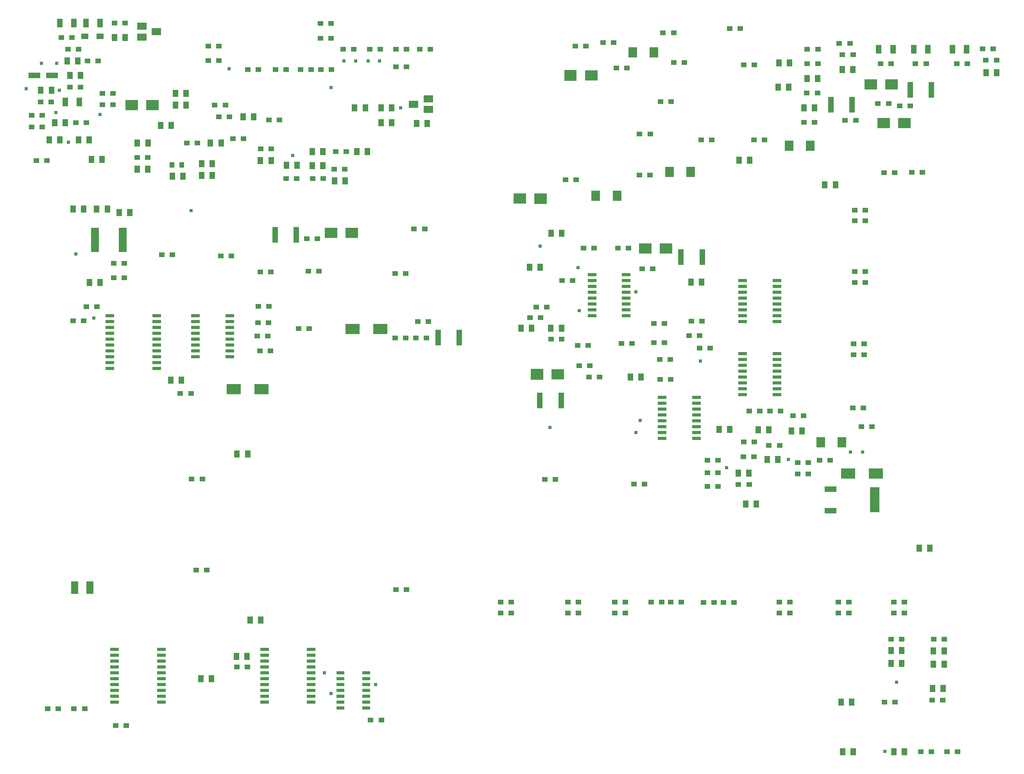
<source format=gbr>
%FSLAX34Y34*%
%MOMM*%
%LNSMDMASK_BOTTOM*%
G71*
G01*
%ADD10R,1.300X1.900*%
%ADD11R,1.300X1.600*%
%ADD12R,1.300X1.000*%
%ADD13R,2.700X2.300*%
%ADD14R,3.100X2.300*%
%ADD15R,1.300X3.500*%
%ADD16R,1.900X2.200*%
%ADD17R,1.800X5.300*%
%ADD18R,1.500X2.800*%
%ADD19R,2.600X1.300*%
%ADD20R,2.000X1.500*%
%ADD21R,1.900X0.700*%
%ADD22R,2.600X1.200*%
%ADD23R,2.000X5.400*%
%ADD24R,1.500X1.200*%
%ADD25R,1.000X1.200*%
%ADD26R,0.800X0.800*%
%ADD27R,1.800X0.700*%
%LPD*%
X180578Y853679D02*
G54D10*
D03*
X211336Y853679D02*
G54D10*
D03*
X237530Y853679D02*
G54D10*
D03*
X268287Y853679D02*
G54D10*
D03*
X196652Y771525D02*
G54D11*
D03*
X219670Y771525D02*
G54D11*
D03*
X299046Y821531D02*
G54D11*
D03*
X322064Y821531D02*
G54D11*
D03*
X202605Y739775D02*
G54D11*
D03*
X225624Y739775D02*
G54D11*
D03*
X139502Y707628D02*
G54D11*
D03*
X162520Y707628D02*
G54D11*
D03*
X169664Y637778D02*
G54D11*
D03*
X192683Y637778D02*
G54D11*
D03*
X157758Y599877D02*
G54D11*
D03*
X180777Y599877D02*
G54D11*
D03*
X221258Y600274D02*
G54D11*
D03*
X244277Y600274D02*
G54D11*
D03*
X184150Y822127D02*
G54D12*
D03*
X207169Y822127D02*
G54D12*
D03*
X198040Y796727D02*
G54D12*
D03*
X221060Y796727D02*
G54D12*
D03*
X298847Y853480D02*
G54D12*
D03*
X321866Y853480D02*
G54D12*
D03*
X240903Y771327D02*
G54D12*
D03*
X263922Y771327D02*
G54D12*
D03*
X202803Y714177D02*
G54D12*
D03*
X225822Y714177D02*
G54D12*
D03*
X273050Y701080D02*
G54D12*
D03*
X296069Y701080D02*
G54D12*
D03*
X273050Y676077D02*
G54D12*
D03*
X296069Y676077D02*
G54D12*
D03*
X215305Y637580D02*
G54D12*
D03*
X238324Y637580D02*
G54D12*
D03*
X139303Y682427D02*
G54D12*
D03*
X162322Y682427D02*
G54D12*
D03*
X119856Y653852D02*
G54D12*
D03*
X142875Y653852D02*
G54D12*
D03*
X119856Y628452D02*
G54D12*
D03*
X142875Y628452D02*
G54D12*
D03*
X129778Y555427D02*
G54D12*
D03*
X152797Y555427D02*
G54D12*
D03*
X249039Y557808D02*
G54D11*
D03*
X272058Y557808D02*
G54D11*
D03*
X348655Y593527D02*
G54D11*
D03*
X371674Y593527D02*
G54D11*
D03*
X348258Y536377D02*
G54D11*
D03*
X371277Y536377D02*
G54D11*
D03*
X424458Y521097D02*
G54D11*
D03*
X447477Y521097D02*
G54D11*
D03*
X487958Y523478D02*
G54D11*
D03*
X510977Y523478D02*
G54D11*
D03*
X487958Y548878D02*
G54D11*
D03*
X510977Y548878D02*
G54D11*
D03*
X399058Y631428D02*
G54D11*
D03*
X422077Y631428D02*
G54D11*
D03*
X431205Y675878D02*
G54D11*
D03*
X454224Y675878D02*
G54D11*
D03*
X431205Y701278D02*
G54D11*
D03*
X454224Y701278D02*
G54D11*
D03*
X507008Y593725D02*
G54D11*
D03*
X530027Y593725D02*
G54D11*
D03*
X577652Y650280D02*
G54D11*
D03*
X600670Y650280D02*
G54D11*
D03*
X615355Y555030D02*
G54D11*
D03*
X638374Y555030D02*
G54D11*
D03*
X671314Y545505D02*
G54D11*
D03*
X694333Y545505D02*
G54D11*
D03*
X727670Y574477D02*
G54D11*
D03*
X750689Y574477D02*
G54D11*
D03*
X727670Y543917D02*
G54D11*
D03*
X750689Y543917D02*
G54D11*
D03*
X776089Y510977D02*
G54D11*
D03*
X799108Y510977D02*
G54D11*
D03*
X502047Y803077D02*
G54D12*
D03*
X525066Y803077D02*
G54D12*
D03*
X502047Y771724D02*
G54D12*
D03*
X525066Y771724D02*
G54D12*
D03*
X587772Y752277D02*
G54D12*
D03*
X610791Y752277D02*
G54D12*
D03*
X647700Y752277D02*
G54D12*
D03*
X670719Y752277D02*
G54D12*
D03*
X701874Y752475D02*
G54D12*
D03*
X724892Y752475D02*
G54D12*
D03*
X745926Y752475D02*
G54D12*
D03*
X768945Y752475D02*
G54D12*
D03*
X516334Y675680D02*
G54D12*
D03*
X539353Y675680D02*
G54D12*
D03*
X525066Y650280D02*
G54D12*
D03*
X548084Y650280D02*
G54D12*
D03*
X456010Y593527D02*
G54D12*
D03*
X479028Y593527D02*
G54D12*
D03*
X348456Y561777D02*
G54D12*
D03*
X371475Y561777D02*
G54D12*
D03*
X555625Y602655D02*
G54D12*
D03*
X578644Y602655D02*
G54D12*
D03*
X615553Y580827D02*
G54D12*
D03*
X638572Y580827D02*
G54D12*
D03*
X671116Y516136D02*
G54D12*
D03*
X694134Y516136D02*
G54D12*
D03*
X728662Y516136D02*
G54D12*
D03*
X751681Y516136D02*
G54D12*
D03*
X774700Y536774D02*
G54D12*
D03*
X797719Y536774D02*
G54D12*
D03*
X778669Y574874D02*
G54D12*
D03*
X801688Y574874D02*
G54D12*
D03*
X824111Y574874D02*
G54D11*
D03*
X847130Y574874D02*
G54D11*
D03*
X876498Y637580D02*
G54D11*
D03*
X899517Y637580D02*
G54D11*
D03*
X876498Y669330D02*
G54D11*
D03*
X899517Y669330D02*
G54D11*
D03*
X819348Y669727D02*
G54D11*
D03*
X842367Y669727D02*
G54D11*
D03*
X953889Y635596D02*
G54D11*
D03*
X976908Y635596D02*
G54D11*
D03*
X745133Y852488D02*
G54D12*
D03*
X768152Y852488D02*
G54D12*
D03*
X745133Y820341D02*
G54D12*
D03*
X768152Y820341D02*
G54D12*
D03*
X794345Y796925D02*
G54D12*
D03*
X817364Y796925D02*
G54D12*
D03*
X852289Y796925D02*
G54D12*
D03*
X875308Y796925D02*
G54D12*
D03*
X909042Y796925D02*
G54D12*
D03*
X932061Y796925D02*
G54D12*
D03*
X960041Y796925D02*
G54D12*
D03*
X983059Y796925D02*
G54D12*
D03*
X908447Y758825D02*
G54D12*
D03*
X931466Y758825D02*
G54D12*
D03*
X209352Y449858D02*
G54D11*
D03*
X232370Y449858D02*
G54D11*
D03*
X260548Y449858D02*
G54D11*
D03*
X283567Y449858D02*
G54D11*
D03*
X308967Y442317D02*
G54D11*
D03*
X331986Y442317D02*
G54D11*
D03*
X244674Y291108D02*
G54D11*
D03*
X267692Y291108D02*
G54D11*
D03*
X420886Y79177D02*
G54D11*
D03*
X443905Y79177D02*
G54D11*
D03*
X564555Y-80367D02*
G54D11*
D03*
X587574Y-80367D02*
G54D11*
D03*
X592931Y-440730D02*
G54D11*
D03*
X615950Y-440730D02*
G54D11*
D03*
X563563Y-518914D02*
G54D11*
D03*
X586581Y-518914D02*
G54D11*
D03*
X486172Y-567730D02*
G54D11*
D03*
X509191Y-567730D02*
G54D11*
D03*
X1872853Y-618133D02*
G54D11*
D03*
X1895872Y-618133D02*
G54D11*
D03*
X1876425Y-726083D02*
G54D11*
D03*
X1899444Y-726083D02*
G54D11*
D03*
X1987550Y-725686D02*
G54D11*
D03*
X2010569Y-725686D02*
G54D11*
D03*
X2070894Y-588764D02*
G54D11*
D03*
X2093911Y-588764D02*
G54D11*
D03*
X2073274Y-536376D02*
G54D11*
D03*
X2096292Y-536376D02*
G54D11*
D03*
X2073275Y-507008D02*
G54D11*
D03*
X2096292Y-507008D02*
G54D11*
D03*
X1981596Y-534789D02*
G54D11*
D03*
X2004614Y-534789D02*
G54D11*
D03*
X1981596Y-506611D02*
G54D11*
D03*
X2004614Y-506611D02*
G54D11*
D03*
X2042715Y-284758D02*
G54D11*
D03*
X2065733Y-284758D02*
G54D11*
D03*
X1666478Y-188714D02*
G54D11*
D03*
X1689495Y-188714D02*
G54D11*
D03*
X1650603Y-122039D02*
G54D11*
D03*
X1673620Y-122039D02*
G54D11*
D03*
X1712912Y-92670D02*
G54D11*
D03*
X1735930Y-92670D02*
G54D11*
D03*
X1693862Y-27980D02*
G54D11*
D03*
X1716880Y-27980D02*
G54D11*
D03*
X1608931Y-27583D02*
G54D11*
D03*
X1631948Y-27583D02*
G54D11*
D03*
X1765300Y-30758D02*
G54D11*
D03*
X1788317Y-30758D02*
G54D11*
D03*
X1416446Y86320D02*
G54D11*
D03*
X1439464Y86320D02*
G54D11*
D03*
X297260Y332383D02*
G54D12*
D03*
X320278Y332383D02*
G54D12*
D03*
X297260Y301427D02*
G54D12*
D03*
X320278Y301427D02*
G54D12*
D03*
X238125Y238720D02*
G54D12*
D03*
X261144Y238720D02*
G54D12*
D03*
X209153Y207764D02*
G54D12*
D03*
X232172Y207764D02*
G54D12*
D03*
X401240Y351036D02*
G54D12*
D03*
X424260Y351036D02*
G54D12*
D03*
X529431Y348258D02*
G54D12*
D03*
X552450Y348258D02*
G54D12*
D03*
X441722Y50602D02*
G54D12*
D03*
X464740Y50602D02*
G54D12*
D03*
X610791Y239117D02*
G54D12*
D03*
X633809Y239117D02*
G54D12*
D03*
X609997Y204192D02*
G54D12*
D03*
X633016Y204192D02*
G54D12*
D03*
X608012Y174824D02*
G54D12*
D03*
X631031Y174824D02*
G54D12*
D03*
X614362Y143074D02*
G54D12*
D03*
X637381Y143074D02*
G54D12*
D03*
X697706Y191492D02*
G54D12*
D03*
X720725Y191492D02*
G54D12*
D03*
X466328Y-135136D02*
G54D12*
D03*
X489347Y-135136D02*
G54D12*
D03*
X476250Y-332382D02*
G54D12*
D03*
X499269Y-332382D02*
G54D12*
D03*
X154384Y-632420D02*
G54D12*
D03*
X177403Y-632420D02*
G54D12*
D03*
X211534Y-632817D02*
G54D12*
D03*
X234553Y-632817D02*
G54D12*
D03*
X301625Y-668932D02*
G54D12*
D03*
X324644Y-668932D02*
G54D12*
D03*
X854075Y-657026D02*
G54D12*
D03*
X877094Y-657026D02*
G54D12*
D03*
X908844Y-374452D02*
G54D12*
D03*
X931862Y-374452D02*
G54D12*
D03*
X1135856Y-401439D02*
G54D12*
D03*
X1158875Y-401439D02*
G54D12*
D03*
X1135856Y-425252D02*
G54D12*
D03*
X1158875Y-425252D02*
G54D12*
D03*
X1281509Y-401439D02*
G54D12*
D03*
X1304528Y-401439D02*
G54D12*
D03*
X1281509Y-425252D02*
G54D12*
D03*
X1304528Y-425252D02*
G54D12*
D03*
X1383109Y-401637D02*
G54D12*
D03*
X1406128Y-401637D02*
G54D12*
D03*
X1383109Y-425450D02*
G54D12*
D03*
X1406128Y-425450D02*
G54D12*
D03*
X1461294Y-401836D02*
G54D12*
D03*
X1484312Y-401836D02*
G54D12*
D03*
X1504156Y-401836D02*
G54D12*
D03*
X1527175Y-401836D02*
G54D12*
D03*
X1574800Y-402232D02*
G54D12*
D03*
X1597819Y-402232D02*
G54D12*
D03*
X1618456Y-402232D02*
G54D12*
D03*
X1641475Y-402232D02*
G54D12*
D03*
X1739106Y-401637D02*
G54D12*
D03*
X1762125Y-401637D02*
G54D12*
D03*
X1739106Y-425450D02*
G54D12*
D03*
X1762125Y-425450D02*
G54D12*
D03*
X1866900Y-401637D02*
G54D12*
D03*
X1889919Y-401637D02*
G54D12*
D03*
X1866900Y-425450D02*
G54D12*
D03*
X1889919Y-425450D02*
G54D12*
D03*
X1987550Y-401637D02*
G54D12*
D03*
X2010569Y-401637D02*
G54D12*
D03*
X1987550Y-425450D02*
G54D12*
D03*
X2010569Y-425450D02*
G54D12*
D03*
X1981597Y-482004D02*
G54D12*
D03*
X2004616Y-482004D02*
G54D12*
D03*
X2073870Y-482203D02*
G54D12*
D03*
X2096888Y-482203D02*
G54D12*
D03*
X1967111Y-617934D02*
G54D12*
D03*
X1990129Y-617934D02*
G54D12*
D03*
X2070695Y-613966D02*
G54D12*
D03*
X2093713Y-613966D02*
G54D12*
D03*
X2046089Y-725488D02*
G54D12*
D03*
X2069107Y-725488D02*
G54D12*
D03*
X2102446Y-725488D02*
G54D12*
D03*
X2125471Y-725488D02*
G54D12*
D03*
X614759Y313730D02*
G54D12*
D03*
X637778Y313730D02*
G54D12*
D03*
X718741Y315714D02*
G54D12*
D03*
X741759Y315714D02*
G54D12*
D03*
X715962Y385564D02*
G54D12*
D03*
X738981Y385564D02*
G54D12*
D03*
X948134Y407392D02*
G54D12*
D03*
X971153Y407392D02*
G54D12*
D03*
X907256Y310555D02*
G54D12*
D03*
X930275Y310555D02*
G54D12*
D03*
X956072Y206574D02*
G54D12*
D03*
X979091Y206574D02*
G54D12*
D03*
X906859Y171252D02*
G54D12*
D03*
X929878Y171252D02*
G54D12*
D03*
X952103Y171252D02*
G54D12*
D03*
X975122Y171252D02*
G54D12*
D03*
X1268809Y295474D02*
G54D12*
D03*
X1291828Y295474D02*
G54D12*
D03*
X1244798Y397470D02*
G54D11*
D03*
X1267817Y397470D02*
G54D11*
D03*
X1197967Y324446D02*
G54D11*
D03*
X1220986Y324446D02*
G54D11*
D03*
X1179711Y191889D02*
G54D11*
D03*
X1202730Y191889D02*
G54D11*
D03*
X1244402Y191889D02*
G54D11*
D03*
X1267420Y191889D02*
G54D11*
D03*
X1547614Y291902D02*
G54D11*
D03*
X1570633Y291902D02*
G54D11*
D03*
X1652389Y555824D02*
G54D11*
D03*
X1675408Y555824D02*
G54D11*
D03*
X1212850Y237530D02*
G54D12*
D03*
X1235869Y237530D02*
G54D12*
D03*
X1198959Y214511D02*
G54D12*
D03*
X1221978Y214511D02*
G54D12*
D03*
X1244600Y168474D02*
G54D12*
D03*
X1267619Y168474D02*
G54D12*
D03*
X1302147Y154583D02*
G54D12*
D03*
X1325166Y154583D02*
G54D12*
D03*
X1305719Y110530D02*
G54D12*
D03*
X1328738Y110530D02*
G54D12*
D03*
X1327150Y86320D02*
G54D12*
D03*
X1350169Y86320D02*
G54D12*
D03*
X1231106Y-135930D02*
G54D12*
D03*
X1254125Y-135930D02*
G54D12*
D03*
X1424384Y-145852D02*
G54D12*
D03*
X1447403Y-145852D02*
G54D12*
D03*
X1583531Y-93861D02*
G54D12*
D03*
X1606550Y-93861D02*
G54D12*
D03*
X1583333Y-121444D02*
G54D12*
D03*
X1606352Y-121444D02*
G54D12*
D03*
X1583333Y-150812D02*
G54D12*
D03*
X1606352Y-150812D02*
G54D12*
D03*
X1650802Y-147042D02*
G54D12*
D03*
X1673820Y-147042D02*
G54D12*
D03*
X1661517Y-86717D02*
G54D12*
D03*
X1684536Y-86717D02*
G54D12*
D03*
X1662112Y-54173D02*
G54D12*
D03*
X1685131Y-54173D02*
G54D12*
D03*
X1674019Y12898D02*
G54D12*
D03*
X1697038Y12898D02*
G54D12*
D03*
X1719262Y12898D02*
G54D12*
D03*
X1742281Y12898D02*
G54D12*
D03*
X1716881Y-61714D02*
G54D12*
D03*
X1739900Y-61714D02*
G54D12*
D03*
X1769269Y2580D02*
G54D12*
D03*
X1792288Y2580D02*
G54D12*
D03*
X1779191Y-99020D02*
G54D12*
D03*
X1802209Y-99020D02*
G54D12*
D03*
X1779191Y-124023D02*
G54D12*
D03*
X1802209Y-124023D02*
G54D12*
D03*
X1826419Y-93861D02*
G54D12*
D03*
X1849438Y-93861D02*
G54D12*
D03*
X1916906Y-21630D02*
G54D12*
D03*
X1939925Y-21630D02*
G54D12*
D03*
X1898253Y19248D02*
G54D12*
D03*
X1921272Y19248D02*
G54D12*
D03*
X1900238Y134739D02*
G54D12*
D03*
X1923256Y134739D02*
G54D12*
D03*
X1900238Y158155D02*
G54D12*
D03*
X1923256Y158155D02*
G54D12*
D03*
X1902619Y291505D02*
G54D12*
D03*
X1925638Y291505D02*
G54D12*
D03*
X1902619Y314920D02*
G54D12*
D03*
X1925638Y314920D02*
G54D12*
D03*
X1903016Y424458D02*
G54D12*
D03*
X1926034Y424458D02*
G54D12*
D03*
X1903016Y447874D02*
G54D12*
D03*
X1926034Y447874D02*
G54D12*
D03*
X1397397Y158948D02*
G54D12*
D03*
X1420416Y158948D02*
G54D12*
D03*
X1467247Y201811D02*
G54D12*
D03*
X1490266Y201811D02*
G54D12*
D03*
X1467644Y160933D02*
G54D12*
D03*
X1490662Y160933D02*
G54D12*
D03*
X1479947Y124420D02*
G54D12*
D03*
X1502966Y124420D02*
G54D12*
D03*
X1481138Y81161D02*
G54D12*
D03*
X1504156Y81161D02*
G54D12*
D03*
X1548606Y206970D02*
G54D12*
D03*
X1571625Y206970D02*
G54D12*
D03*
X1543844Y175617D02*
G54D12*
D03*
X1566862Y175617D02*
G54D12*
D03*
X1566466Y148630D02*
G54D12*
D03*
X1589484Y148630D02*
G54D12*
D03*
X1315244Y365720D02*
G54D12*
D03*
X1338262Y365720D02*
G54D12*
D03*
X1389856Y365720D02*
G54D12*
D03*
X1412875Y365720D02*
G54D12*
D03*
X1442244Y320874D02*
G54D12*
D03*
X1465262Y320874D02*
G54D12*
D03*
X1275953Y513755D02*
G54D12*
D03*
X1298972Y513755D02*
G54D12*
D03*
X1436291Y523677D02*
G54D12*
D03*
X1459309Y523677D02*
G54D12*
D03*
X1436688Y612577D02*
G54D12*
D03*
X1459706Y612577D02*
G54D12*
D03*
X1481931Y682824D02*
G54D12*
D03*
X1504950Y682824D02*
G54D12*
D03*
X1570038Y600274D02*
G54D12*
D03*
X1593056Y600274D02*
G54D12*
D03*
X1684338Y600274D02*
G54D12*
D03*
X1707356Y600274D02*
G54D12*
D03*
X1966516Y529233D02*
G54D12*
D03*
X1989534Y529233D02*
G54D12*
D03*
X2026444Y529630D02*
G54D12*
D03*
X2049462Y529630D02*
G54D12*
D03*
X1837928Y502444D02*
G54D11*
D03*
X1860947Y502444D02*
G54D11*
D03*
X1953022Y678855D02*
G54D12*
D03*
X1976041Y678855D02*
G54D12*
D03*
X1999853Y673696D02*
G54D12*
D03*
X2022872Y673696D02*
G54D12*
D03*
X1881981Y642342D02*
G54D12*
D03*
X1905000Y642342D02*
G54D12*
D03*
X1792684Y637977D02*
G54D12*
D03*
X1815703Y637977D02*
G54D12*
D03*
X1792684Y669925D02*
G54D11*
D03*
X1815703Y669925D02*
G54D11*
D03*
X1736725Y714375D02*
G54D11*
D03*
X1759744Y714375D02*
G54D11*
D03*
X1738313Y766763D02*
G54D11*
D03*
X1761331Y766763D02*
G54D11*
D03*
X1799431Y733425D02*
G54D11*
D03*
X1822450Y733425D02*
G54D11*
D03*
X1875631Y752872D02*
G54D11*
D03*
X1898650Y752872D02*
G54D11*
D03*
X2186980Y745331D02*
G54D11*
D03*
X2209999Y745331D02*
G54D11*
D03*
X1297384Y803474D02*
G54D12*
D03*
X1320403Y803474D02*
G54D12*
D03*
X1357709Y810617D02*
G54D12*
D03*
X1380728Y810617D02*
G54D12*
D03*
X1386284Y756246D02*
G54D12*
D03*
X1409303Y756246D02*
G54D12*
D03*
X1487488Y832446D02*
G54D12*
D03*
X1510506Y832446D02*
G54D12*
D03*
X1510903Y768152D02*
G54D12*
D03*
X1533922Y768152D02*
G54D12*
D03*
X1631950Y841177D02*
G54D12*
D03*
X1654969Y841177D02*
G54D12*
D03*
X1662112Y762992D02*
G54D12*
D03*
X1685131Y762992D02*
G54D12*
D03*
X1799828Y796727D02*
G54D12*
D03*
X1822847Y796727D02*
G54D12*
D03*
X1799828Y765374D02*
G54D12*
D03*
X1822847Y765374D02*
G54D12*
D03*
X1799034Y701477D02*
G54D12*
D03*
X1822053Y701477D02*
G54D12*
D03*
X1869281Y809427D02*
G54D12*
D03*
X1892300Y809427D02*
G54D12*
D03*
X1876028Y784820D02*
G54D12*
D03*
X1899047Y784820D02*
G54D12*
D03*
X1958578Y765374D02*
G54D12*
D03*
X1981597Y765374D02*
G54D12*
D03*
X2034381Y765374D02*
G54D12*
D03*
X2057400Y765374D02*
G54D12*
D03*
X2123678Y765374D02*
G54D12*
D03*
X2146697Y765374D02*
G54D12*
D03*
X2179638Y797520D02*
G54D12*
D03*
X2202656Y797520D02*
G54D12*
D03*
X2186781Y772914D02*
G54D12*
D03*
X2209800Y772914D02*
G54D12*
D03*
X633412Y643533D02*
G54D12*
D03*
X656432Y643533D02*
G54D12*
D03*
X336748Y675878D02*
G54D13*
D03*
X381595Y675879D02*
G54D13*
D03*
X812837Y398426D02*
G54D13*
D03*
X767990Y398426D02*
G54D13*
D03*
X1494073Y364890D02*
G54D13*
D03*
X1449226Y364890D02*
G54D13*
D03*
X1982626Y720689D02*
G54D13*
D03*
X1937780Y720688D02*
G54D13*
D03*
X2010407Y636154D02*
G54D13*
D03*
X1965561Y636154D02*
G54D13*
D03*
X1177332Y472721D02*
G54D13*
D03*
G36*
X1208678Y484222D02*
X1235678Y484222D01*
X1235678Y461222D01*
X1208678Y461222D01*
X1208678Y484222D01*
G37*
G36*
X1200741Y103618D02*
X1227741Y103618D01*
X1227741Y80618D01*
X1200741Y80618D01*
X1200741Y103618D01*
G37*
X1259088Y92118D02*
G54D13*
D03*
X814586Y190302D02*
G54D14*
D03*
X874911Y190302D02*
G54D14*
D03*
X617946Y60169D02*
G54D14*
D03*
X557621Y60169D02*
G54D14*
D03*
X1948668Y-123187D02*
G54D14*
D03*
X1888343Y-123188D02*
G54D14*
D03*
G36*
X1273369Y751318D02*
X1300369Y751318D01*
X1300369Y728318D01*
X1273369Y728318D01*
X1273369Y751318D01*
G37*
X1331716Y739818D02*
G54D13*
D03*
X192286Y682229D02*
G54D10*
D03*
X223044Y682229D02*
G54D10*
D03*
X1954808Y796926D02*
G54D10*
D03*
X1985565Y796926D02*
G54D10*
D03*
X2030611Y796529D02*
G54D10*
D03*
X2061368Y796529D02*
G54D10*
D03*
X2114352Y796926D02*
G54D10*
D03*
X2145109Y796926D02*
G54D10*
D03*
X646906Y394097D02*
G54D15*
D03*
X692746Y394097D02*
G54D15*
D03*
X1000522Y171450D02*
G54D15*
D03*
X1046361Y171450D02*
G54D15*
D03*
X1220788Y35322D02*
G54D15*
D03*
X1266627Y35322D02*
G54D15*
D03*
X1526381Y346472D02*
G54D15*
D03*
X1572220Y346472D02*
G54D15*
D03*
X1851422Y676275D02*
G54D15*
D03*
X1897261Y676275D02*
G54D15*
D03*
X2023269Y708422D02*
G54D15*
D03*
X2069108Y708422D02*
G54D15*
D03*
X1760538Y587772D02*
G54D16*
D03*
X1806377Y587772D02*
G54D16*
D03*
X1422003Y790178D02*
G54D16*
D03*
X1467842Y790178D02*
G54D16*
D03*
X1501378Y530622D02*
G54D16*
D03*
X1547217Y530622D02*
G54D16*
D03*
X1341835Y479425D02*
G54D16*
D03*
X1387674Y479425D02*
G54D16*
D03*
X1829197Y-55166D02*
G54D16*
D03*
X1875036Y-55166D02*
G54D16*
D03*
X256976Y382984D02*
G54D17*
D03*
X316905Y382984D02*
G54D17*
D03*
X212526Y-370483D02*
G54D18*
D03*
X246261Y-370483D02*
G54D18*
D03*
X125214Y739576D02*
G54D19*
D03*
X163314Y739576D02*
G54D19*
D03*
X978694Y688975D02*
G54D20*
D03*
X978694Y665758D02*
G54D20*
D03*
X946944Y677267D02*
G54D20*
D03*
X298895Y-503815D02*
G54D21*
D03*
X298895Y-516515D02*
G54D21*
D03*
X298895Y-529215D02*
G54D21*
D03*
X298895Y-541915D02*
G54D21*
D03*
X298895Y-554615D02*
G54D21*
D03*
X298895Y-567315D02*
G54D21*
D03*
X298895Y-580015D02*
G54D21*
D03*
X298895Y-592715D02*
G54D21*
D03*
X298895Y-605415D02*
G54D21*
D03*
X298895Y-618115D02*
G54D21*
D03*
X400420Y-618115D02*
G54D21*
D03*
X400420Y-605415D02*
G54D21*
D03*
X400420Y-592715D02*
G54D21*
D03*
X400420Y-580015D02*
G54D21*
D03*
X400420Y-567315D02*
G54D21*
D03*
X400420Y-554615D02*
G54D21*
D03*
X400420Y-541915D02*
G54D21*
D03*
X400420Y-529215D02*
G54D21*
D03*
X400420Y-516515D02*
G54D21*
D03*
X400420Y-503815D02*
G54D21*
D03*
X623936Y-503815D02*
G54D21*
D03*
X623936Y-516515D02*
G54D21*
D03*
X623936Y-529215D02*
G54D21*
D03*
X623936Y-541915D02*
G54D21*
D03*
X623936Y-554615D02*
G54D21*
D03*
X623936Y-567315D02*
G54D21*
D03*
X623936Y-580015D02*
G54D21*
D03*
X623936Y-592715D02*
G54D21*
D03*
X623936Y-605415D02*
G54D21*
D03*
X623936Y-618115D02*
G54D21*
D03*
X725461Y-618115D02*
G54D21*
D03*
X725461Y-605415D02*
G54D21*
D03*
X725461Y-592715D02*
G54D21*
D03*
X725461Y-580015D02*
G54D21*
D03*
X725461Y-567315D02*
G54D21*
D03*
X725461Y-554615D02*
G54D21*
D03*
X725461Y-541915D02*
G54D21*
D03*
X725461Y-529215D02*
G54D21*
D03*
X725461Y-516515D02*
G54D21*
D03*
X725461Y-503815D02*
G54D21*
D03*
X289370Y219490D02*
G54D21*
D03*
X289370Y206790D02*
G54D21*
D03*
X289370Y194090D02*
G54D21*
D03*
X289370Y181390D02*
G54D21*
D03*
X289370Y168690D02*
G54D21*
D03*
X289370Y155990D02*
G54D21*
D03*
X289370Y143290D02*
G54D21*
D03*
X289370Y130590D02*
G54D21*
D03*
X289370Y117890D02*
G54D21*
D03*
X289370Y105190D02*
G54D21*
D03*
X390895Y105190D02*
G54D21*
D03*
X390895Y117890D02*
G54D21*
D03*
X390895Y130590D02*
G54D21*
D03*
X390895Y143290D02*
G54D21*
D03*
X390895Y155990D02*
G54D21*
D03*
X390895Y168690D02*
G54D21*
D03*
X390895Y181390D02*
G54D21*
D03*
X390895Y194090D02*
G54D21*
D03*
X390895Y206790D02*
G54D21*
D03*
X390895Y219490D02*
G54D21*
D03*
X474662Y130572D02*
G54D21*
D03*
X474662Y143272D02*
G54D21*
D03*
X474662Y155972D02*
G54D21*
D03*
X474662Y168672D02*
G54D21*
D03*
X474662Y181372D02*
G54D21*
D03*
X474662Y194072D02*
G54D21*
D03*
X474662Y206772D02*
G54D21*
D03*
X474662Y219472D02*
G54D21*
D03*
X548662Y219472D02*
G54D21*
D03*
X548662Y206772D02*
G54D21*
D03*
X548662Y194072D02*
G54D21*
D03*
X548662Y181372D02*
G54D21*
D03*
X548662Y168672D02*
G54D21*
D03*
X548662Y155972D02*
G54D21*
D03*
X548662Y143272D02*
G54D21*
D03*
X548662Y130572D02*
G54D21*
D03*
X1333897Y219472D02*
G54D21*
D03*
X1333897Y232172D02*
G54D21*
D03*
X1333897Y244872D02*
G54D21*
D03*
X1333897Y257572D02*
G54D21*
D03*
X1333897Y270272D02*
G54D21*
D03*
X1333897Y282972D02*
G54D21*
D03*
X1333897Y295672D02*
G54D21*
D03*
X1333897Y308372D02*
G54D21*
D03*
X1407897Y308372D02*
G54D21*
D03*
X1407897Y295672D02*
G54D21*
D03*
X1407897Y282972D02*
G54D21*
D03*
X1407897Y270272D02*
G54D21*
D03*
X1407897Y257572D02*
G54D21*
D03*
X1407897Y244872D02*
G54D21*
D03*
X1407897Y232172D02*
G54D21*
D03*
X1407897Y219472D02*
G54D21*
D03*
X1660128Y206772D02*
G54D21*
D03*
X1660128Y219472D02*
G54D21*
D03*
X1660128Y232172D02*
G54D21*
D03*
X1660128Y244872D02*
G54D21*
D03*
X1660128Y257572D02*
G54D21*
D03*
X1660128Y270272D02*
G54D21*
D03*
X1660128Y282972D02*
G54D21*
D03*
X1660128Y295672D02*
G54D21*
D03*
X1734128Y295672D02*
G54D21*
D03*
X1734128Y282972D02*
G54D21*
D03*
X1734128Y270272D02*
G54D21*
D03*
X1734128Y257572D02*
G54D21*
D03*
X1734128Y244872D02*
G54D21*
D03*
X1734128Y232172D02*
G54D21*
D03*
X1734128Y219472D02*
G54D21*
D03*
X1734128Y206772D02*
G54D21*
D03*
X1660128Y48022D02*
G54D21*
D03*
X1660128Y60722D02*
G54D21*
D03*
X1660128Y73422D02*
G54D21*
D03*
X1660128Y86122D02*
G54D21*
D03*
X1660128Y98822D02*
G54D21*
D03*
X1660128Y111522D02*
G54D21*
D03*
X1660128Y124222D02*
G54D21*
D03*
X1660128Y136922D02*
G54D21*
D03*
X1734128Y136922D02*
G54D21*
D03*
X1734128Y124222D02*
G54D21*
D03*
X1734128Y111522D02*
G54D21*
D03*
X1734128Y98822D02*
G54D21*
D03*
X1734128Y86122D02*
G54D21*
D03*
X1734128Y73422D02*
G54D21*
D03*
X1734128Y60722D02*
G54D21*
D03*
X1734128Y48022D02*
G54D21*
D03*
X1485503Y-46831D02*
G54D21*
D03*
X1485503Y-34131D02*
G54D21*
D03*
X1485503Y-21431D02*
G54D21*
D03*
X1485503Y-8731D02*
G54D21*
D03*
X1485503Y3969D02*
G54D21*
D03*
X1485503Y16669D02*
G54D21*
D03*
X1485503Y29369D02*
G54D21*
D03*
X1485503Y42069D02*
G54D21*
D03*
X1559503Y42069D02*
G54D21*
D03*
X1559503Y29369D02*
G54D21*
D03*
X1559503Y16669D02*
G54D21*
D03*
X1559503Y3969D02*
G54D21*
D03*
X1559503Y-8731D02*
G54D21*
D03*
X1559503Y-21431D02*
G54D21*
D03*
X1559503Y-34131D02*
G54D21*
D03*
X1559503Y-46831D02*
G54D21*
D03*
X1850231Y-156964D02*
G54D22*
D03*
X1850231Y-203002D02*
G54D22*
D03*
X1946274Y-179983D02*
G54D23*
D03*
X358441Y822949D02*
G54D20*
D03*
X358441Y846166D02*
G54D20*
D03*
X390191Y834656D02*
G54D20*
D03*
X234752Y824706D02*
G54D24*
D03*
X268288Y824706D02*
G54D24*
D03*
X423862Y545902D02*
G54D25*
D03*
X444500Y545902D02*
G54D25*
D03*
X141288Y766366D02*
G54D26*
D03*
X174228Y766366D02*
G54D26*
D03*
X107950Y711200D02*
G54D26*
D03*
X179784Y707628D02*
G54D26*
D03*
X171847Y659209D02*
G54D26*
D03*
X199231Y595312D02*
G54D26*
D03*
X268288Y654844D02*
G54D26*
D03*
X844499Y-630884D02*
G54D27*
D03*
X844499Y-618184D02*
G54D27*
D03*
X844499Y-605484D02*
G54D27*
D03*
X844499Y-592784D02*
G54D27*
D03*
X844499Y-580084D02*
G54D27*
D03*
X844499Y-567384D02*
G54D27*
D03*
X844499Y-554684D02*
G54D27*
D03*
X788546Y-554684D02*
G54D27*
D03*
X788546Y-567384D02*
G54D27*
D03*
X788546Y-580084D02*
G54D27*
D03*
X788546Y-592784D02*
G54D27*
D03*
X788546Y-605484D02*
G54D27*
D03*
X788546Y-618184D02*
G54D27*
D03*
X788546Y-630884D02*
G54D27*
D03*
X564356Y-542330D02*
G54D12*
D03*
X587375Y-542330D02*
G54D12*
D03*
X547688Y754459D02*
G54D26*
D03*
X767953Y713978D02*
G54D26*
D03*
X796528Y770731D02*
G54D26*
D03*
X821928Y770731D02*
G54D26*
D03*
X848519Y770731D02*
G54D26*
D03*
X873522Y771128D02*
G54D26*
D03*
X919162Y669330D02*
G54D26*
D03*
X685006Y565944D02*
G54D26*
D03*
X215503Y353219D02*
G54D26*
D03*
X254000Y213916D02*
G54D26*
D03*
X754062Y-554831D02*
G54D26*
D03*
X767953Y-599678D02*
G54D26*
D03*
X864791Y-580231D02*
G54D26*
D03*
X1993106Y-574675D02*
G54D26*
D03*
X1968103Y-724694D02*
G54D26*
D03*
X1919684Y-76597D02*
G54D26*
D03*
X1893888Y-76200D02*
G54D26*
D03*
X1758553Y-92075D02*
G54D26*
D03*
X1625203Y-109934D02*
G54D26*
D03*
X1438275Y-7540D02*
G54D26*
D03*
X1428353Y-34131D02*
G54D26*
D03*
X1568053Y121047D02*
G54D26*
D03*
X1306116Y229791D02*
G54D26*
D03*
X1428750Y270669D02*
G54D26*
D03*
X1303734Y323056D02*
G54D26*
D03*
X1221184Y369888D02*
G54D26*
D03*
X1242219Y-22622D02*
G54D26*
D03*
X464740Y446484D02*
G54D26*
D03*
M02*

</source>
